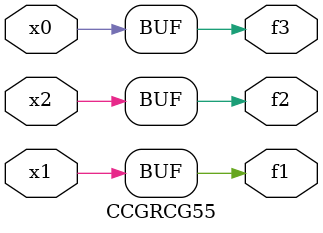
<source format=v>
module CCGRCG55(
	input x0, x1, x2,
	output f1, f2, f3
);
	assign f1 = x1;
	assign f2 = x2;
	assign f3 = x0;
endmodule

</source>
